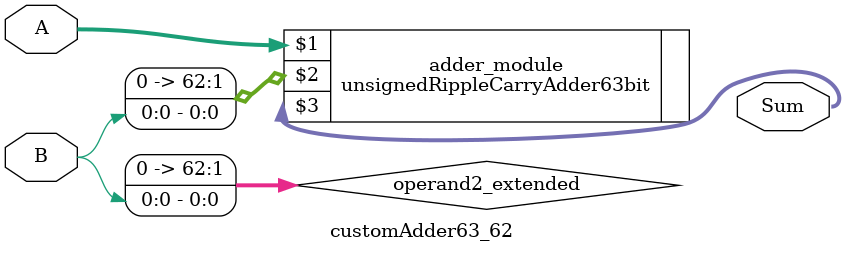
<source format=v>
module customAdder63_62(
                        input [62 : 0] A,
                        input [0 : 0] B,
                        
                        output [63 : 0] Sum
                );

        wire [62 : 0] operand2_extended;
        
        assign operand2_extended =  {62'b0, B};
        
        unsignedRippleCarryAdder63bit adder_module(
            A,
            operand2_extended,
            Sum
        );
        
        endmodule
        
</source>
